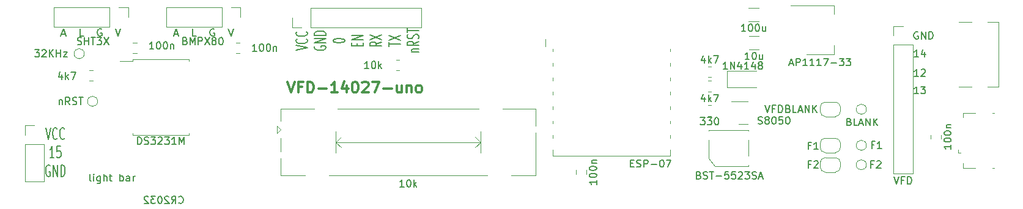
<source format=gbr>
%TF.GenerationSoftware,KiCad,Pcbnew,(6.0.6-0)*%
%TF.CreationDate,2022-07-18T23:29:11+08:00*%
%TF.ProjectId,main,6d61696e-2e6b-4696-9361-645f70636258,rev?*%
%TF.SameCoordinates,Original*%
%TF.FileFunction,Legend,Top*%
%TF.FilePolarity,Positive*%
%FSLAX46Y46*%
G04 Gerber Fmt 4.6, Leading zero omitted, Abs format (unit mm)*
G04 Created by KiCad (PCBNEW (6.0.6-0)) date 2022-07-18 23:29:11*
%MOMM*%
%LPD*%
G01*
G04 APERTURE LIST*
%ADD10C,0.150000*%
%ADD11C,0.300000*%
%ADD12C,0.120000*%
G04 APERTURE END LIST*
D10*
X77195809Y-61133333D02*
X78795809Y-60800000D01*
X77195809Y-60466666D01*
X78643428Y-59561904D02*
X78719619Y-59609523D01*
X78795809Y-59752380D01*
X78795809Y-59847619D01*
X78719619Y-59990476D01*
X78567238Y-60085714D01*
X78414857Y-60133333D01*
X78110095Y-60180952D01*
X77881523Y-60180952D01*
X77576761Y-60133333D01*
X77424380Y-60085714D01*
X77272000Y-59990476D01*
X77195809Y-59847619D01*
X77195809Y-59752380D01*
X77272000Y-59609523D01*
X77348190Y-59561904D01*
X78643428Y-58561904D02*
X78719619Y-58609523D01*
X78795809Y-58752380D01*
X78795809Y-58847619D01*
X78719619Y-58990476D01*
X78567238Y-59085714D01*
X78414857Y-59133333D01*
X78110095Y-59180952D01*
X77881523Y-59180952D01*
X77576761Y-59133333D01*
X77424380Y-59085714D01*
X77272000Y-58990476D01*
X77195809Y-58847619D01*
X77195809Y-58752380D01*
X77272000Y-58609523D01*
X77348190Y-58561904D01*
X79848000Y-60561904D02*
X79771809Y-60657142D01*
X79771809Y-60800000D01*
X79848000Y-60942857D01*
X80000380Y-61038095D01*
X80152761Y-61085714D01*
X80457523Y-61133333D01*
X80686095Y-61133333D01*
X80990857Y-61085714D01*
X81143238Y-61038095D01*
X81295619Y-60942857D01*
X81371809Y-60800000D01*
X81371809Y-60704761D01*
X81295619Y-60561904D01*
X81219428Y-60514285D01*
X80686095Y-60514285D01*
X80686095Y-60704761D01*
X81371809Y-60085714D02*
X79771809Y-60085714D01*
X81371809Y-59514285D01*
X79771809Y-59514285D01*
X81371809Y-59038095D02*
X79771809Y-59038095D01*
X79771809Y-58800000D01*
X79848000Y-58657142D01*
X80000380Y-58561904D01*
X80152761Y-58514285D01*
X80457523Y-58466666D01*
X80686095Y-58466666D01*
X80990857Y-58514285D01*
X81143238Y-58561904D01*
X81295619Y-58657142D01*
X81371809Y-58800000D01*
X81371809Y-59038095D01*
X82347809Y-59847619D02*
X82347809Y-59752380D01*
X82424000Y-59657142D01*
X82500190Y-59609523D01*
X82652571Y-59561904D01*
X82957333Y-59514285D01*
X83338285Y-59514285D01*
X83643047Y-59561904D01*
X83795428Y-59609523D01*
X83871619Y-59657142D01*
X83947809Y-59752380D01*
X83947809Y-59847619D01*
X83871619Y-59942857D01*
X83795428Y-59990476D01*
X83643047Y-60038095D01*
X83338285Y-60085714D01*
X82957333Y-60085714D01*
X82652571Y-60038095D01*
X82500190Y-59990476D01*
X82424000Y-59942857D01*
X82347809Y-59847619D01*
X85685714Y-60538095D02*
X85685714Y-60204761D01*
X86523809Y-60061904D02*
X86523809Y-60538095D01*
X84923809Y-60538095D01*
X84923809Y-60061904D01*
X86523809Y-59633333D02*
X84923809Y-59633333D01*
X86523809Y-59061904D01*
X84923809Y-59061904D01*
X89099809Y-59966666D02*
X88337904Y-60300000D01*
X89099809Y-60538095D02*
X87499809Y-60538095D01*
X87499809Y-60157142D01*
X87576000Y-60061904D01*
X87652190Y-60014285D01*
X87804571Y-59966666D01*
X88033142Y-59966666D01*
X88185523Y-60014285D01*
X88261714Y-60061904D01*
X88337904Y-60157142D01*
X88337904Y-60538095D01*
X87499809Y-59633333D02*
X89099809Y-58966666D01*
X87499809Y-58966666D02*
X89099809Y-59633333D01*
X90075809Y-60561904D02*
X90075809Y-59990476D01*
X91675809Y-60276190D02*
X90075809Y-60276190D01*
X90075809Y-59752380D02*
X91675809Y-59085714D01*
X90075809Y-59085714D02*
X91675809Y-59752380D01*
X93185142Y-61371428D02*
X94251809Y-61371428D01*
X93337523Y-61371428D02*
X93261333Y-61323809D01*
X93185142Y-61228571D01*
X93185142Y-61085714D01*
X93261333Y-60990476D01*
X93413714Y-60942857D01*
X94251809Y-60942857D01*
X94251809Y-59895238D02*
X93489904Y-60228571D01*
X94251809Y-60466666D02*
X92651809Y-60466666D01*
X92651809Y-60085714D01*
X92728000Y-59990476D01*
X92804190Y-59942857D01*
X92956571Y-59895238D01*
X93185142Y-59895238D01*
X93337523Y-59942857D01*
X93413714Y-59990476D01*
X93489904Y-60085714D01*
X93489904Y-60466666D01*
X94175619Y-59514285D02*
X94251809Y-59371428D01*
X94251809Y-59133333D01*
X94175619Y-59038095D01*
X94099428Y-58990476D01*
X93947047Y-58942857D01*
X93794666Y-58942857D01*
X93642285Y-58990476D01*
X93566095Y-59038095D01*
X93489904Y-59133333D01*
X93413714Y-59323809D01*
X93337523Y-59419047D01*
X93261333Y-59466666D01*
X93108952Y-59514285D01*
X92956571Y-59514285D01*
X92804190Y-59466666D01*
X92728000Y-59419047D01*
X92651809Y-59323809D01*
X92651809Y-59085714D01*
X92728000Y-58942857D01*
X92651809Y-58657142D02*
X92651809Y-58085714D01*
X94251809Y-58371428D02*
X92651809Y-58371428D01*
D11*
X76042857Y-65478571D02*
X76542857Y-66978571D01*
X77042857Y-65478571D01*
X78042857Y-66192857D02*
X77542857Y-66192857D01*
X77542857Y-66978571D02*
X77542857Y-65478571D01*
X78257142Y-65478571D01*
X78828571Y-66978571D02*
X78828571Y-65478571D01*
X79185714Y-65478571D01*
X79400000Y-65550000D01*
X79542857Y-65692857D01*
X79614285Y-65835714D01*
X79685714Y-66121428D01*
X79685714Y-66335714D01*
X79614285Y-66621428D01*
X79542857Y-66764285D01*
X79400000Y-66907142D01*
X79185714Y-66978571D01*
X78828571Y-66978571D01*
X80328571Y-66407142D02*
X81471428Y-66407142D01*
X82971428Y-66978571D02*
X82114285Y-66978571D01*
X82542857Y-66978571D02*
X82542857Y-65478571D01*
X82400000Y-65692857D01*
X82257142Y-65835714D01*
X82114285Y-65907142D01*
X84257142Y-65978571D02*
X84257142Y-66978571D01*
X83900000Y-65407142D02*
X83542857Y-66478571D01*
X84471428Y-66478571D01*
X85328571Y-65478571D02*
X85471428Y-65478571D01*
X85614285Y-65550000D01*
X85685714Y-65621428D01*
X85757142Y-65764285D01*
X85828571Y-66050000D01*
X85828571Y-66407142D01*
X85757142Y-66692857D01*
X85685714Y-66835714D01*
X85614285Y-66907142D01*
X85471428Y-66978571D01*
X85328571Y-66978571D01*
X85185714Y-66907142D01*
X85114285Y-66835714D01*
X85042857Y-66692857D01*
X84971428Y-66407142D01*
X84971428Y-66050000D01*
X85042857Y-65764285D01*
X85114285Y-65621428D01*
X85185714Y-65550000D01*
X85328571Y-65478571D01*
X86400000Y-65621428D02*
X86471428Y-65550000D01*
X86614285Y-65478571D01*
X86971428Y-65478571D01*
X87114285Y-65550000D01*
X87185714Y-65621428D01*
X87257142Y-65764285D01*
X87257142Y-65907142D01*
X87185714Y-66121428D01*
X86328571Y-66978571D01*
X87257142Y-66978571D01*
X87757142Y-65478571D02*
X88757142Y-65478571D01*
X88114285Y-66978571D01*
X89328571Y-66407142D02*
X90471428Y-66407142D01*
X91828571Y-65978571D02*
X91828571Y-66978571D01*
X91185714Y-65978571D02*
X91185714Y-66764285D01*
X91257142Y-66907142D01*
X91400000Y-66978571D01*
X91614285Y-66978571D01*
X91757142Y-66907142D01*
X91828571Y-66835714D01*
X92542857Y-65978571D02*
X92542857Y-66978571D01*
X92542857Y-66121428D02*
X92614285Y-66050000D01*
X92757142Y-65978571D01*
X92971428Y-65978571D01*
X93114285Y-66050000D01*
X93185714Y-66192857D01*
X93185714Y-66978571D01*
X94114285Y-66978571D02*
X93971428Y-66907142D01*
X93900000Y-66835714D01*
X93828571Y-66692857D01*
X93828571Y-66264285D01*
X93900000Y-66121428D01*
X93971428Y-66050000D01*
X94114285Y-65978571D01*
X94328571Y-65978571D01*
X94471428Y-66050000D01*
X94542857Y-66121428D01*
X94614285Y-66264285D01*
X94614285Y-66692857D01*
X94542857Y-66835714D01*
X94471428Y-66907142D01*
X94328571Y-66978571D01*
X94114285Y-66978571D01*
D10*
X163409523Y-62052380D02*
X162838095Y-62052380D01*
X163123809Y-62052380D02*
X163123809Y-61052380D01*
X163028571Y-61195238D01*
X162933333Y-61290476D01*
X162838095Y-61338095D01*
X164266666Y-61385714D02*
X164266666Y-62052380D01*
X164028571Y-61004761D02*
X163790476Y-61719047D01*
X164409523Y-61719047D01*
X163409523Y-67152380D02*
X162838095Y-67152380D01*
X163123809Y-67152380D02*
X163123809Y-66152380D01*
X163028571Y-66295238D01*
X162933333Y-66390476D01*
X162838095Y-66438095D01*
X163742857Y-66152380D02*
X164361904Y-66152380D01*
X164028571Y-66533333D01*
X164171428Y-66533333D01*
X164266666Y-66580952D01*
X164314285Y-66628571D01*
X164361904Y-66723809D01*
X164361904Y-66961904D01*
X164314285Y-67057142D01*
X164266666Y-67104761D01*
X164171428Y-67152380D01*
X163885714Y-67152380D01*
X163790476Y-67104761D01*
X163742857Y-67057142D01*
X42566666Y-71847809D02*
X42900000Y-73447809D01*
X43233333Y-71847809D01*
X44138095Y-73295428D02*
X44090476Y-73371619D01*
X43947619Y-73447809D01*
X43852380Y-73447809D01*
X43709523Y-73371619D01*
X43614285Y-73219238D01*
X43566666Y-73066857D01*
X43519047Y-72762095D01*
X43519047Y-72533523D01*
X43566666Y-72228761D01*
X43614285Y-72076380D01*
X43709523Y-71924000D01*
X43852380Y-71847809D01*
X43947619Y-71847809D01*
X44090476Y-71924000D01*
X44138095Y-72000190D01*
X45138095Y-73295428D02*
X45090476Y-73371619D01*
X44947619Y-73447809D01*
X44852380Y-73447809D01*
X44709523Y-73371619D01*
X44614285Y-73219238D01*
X44566666Y-73066857D01*
X44519047Y-72762095D01*
X44519047Y-72533523D01*
X44566666Y-72228761D01*
X44614285Y-72076380D01*
X44709523Y-71924000D01*
X44852380Y-71847809D01*
X44947619Y-71847809D01*
X45090476Y-71924000D01*
X45138095Y-72000190D01*
X43709523Y-76023809D02*
X43138095Y-76023809D01*
X43423809Y-76023809D02*
X43423809Y-74423809D01*
X43328571Y-74652380D01*
X43233333Y-74804761D01*
X43138095Y-74880952D01*
X44614285Y-74423809D02*
X44138095Y-74423809D01*
X44090476Y-75185714D01*
X44138095Y-75109523D01*
X44233333Y-75033333D01*
X44471428Y-75033333D01*
X44566666Y-75109523D01*
X44614285Y-75185714D01*
X44661904Y-75338095D01*
X44661904Y-75719047D01*
X44614285Y-75871428D01*
X44566666Y-75947619D01*
X44471428Y-76023809D01*
X44233333Y-76023809D01*
X44138095Y-75947619D01*
X44090476Y-75871428D01*
X43138095Y-77076000D02*
X43042857Y-76999809D01*
X42900000Y-76999809D01*
X42757142Y-77076000D01*
X42661904Y-77228380D01*
X42614285Y-77380761D01*
X42566666Y-77685523D01*
X42566666Y-77914095D01*
X42614285Y-78218857D01*
X42661904Y-78371238D01*
X42757142Y-78523619D01*
X42900000Y-78599809D01*
X42995238Y-78599809D01*
X43138095Y-78523619D01*
X43185714Y-78447428D01*
X43185714Y-77914095D01*
X42995238Y-77914095D01*
X43614285Y-78599809D02*
X43614285Y-76999809D01*
X44185714Y-78599809D01*
X44185714Y-76999809D01*
X44661904Y-78599809D02*
X44661904Y-76999809D01*
X44900000Y-76999809D01*
X45042857Y-77076000D01*
X45138095Y-77228380D01*
X45185714Y-77380761D01*
X45233333Y-77685523D01*
X45233333Y-77914095D01*
X45185714Y-78218857D01*
X45138095Y-78371238D01*
X45042857Y-78523619D01*
X44900000Y-78599809D01*
X44661904Y-78599809D01*
X163338095Y-58600000D02*
X163242857Y-58552380D01*
X163100000Y-58552380D01*
X162957142Y-58600000D01*
X162861904Y-58695238D01*
X162814285Y-58790476D01*
X162766666Y-58980952D01*
X162766666Y-59123809D01*
X162814285Y-59314285D01*
X162861904Y-59409523D01*
X162957142Y-59504761D01*
X163100000Y-59552380D01*
X163195238Y-59552380D01*
X163338095Y-59504761D01*
X163385714Y-59457142D01*
X163385714Y-59123809D01*
X163195238Y-59123809D01*
X163814285Y-59552380D02*
X163814285Y-58552380D01*
X164385714Y-59552380D01*
X164385714Y-58552380D01*
X164861904Y-59552380D02*
X164861904Y-58552380D01*
X165100000Y-58552380D01*
X165242857Y-58600000D01*
X165338095Y-58695238D01*
X165385714Y-58790476D01*
X165433333Y-58980952D01*
X165433333Y-59123809D01*
X165385714Y-59314285D01*
X165338095Y-59409523D01*
X165242857Y-59504761D01*
X165100000Y-59552380D01*
X164861904Y-59552380D01*
X163409523Y-64752380D02*
X162838095Y-64752380D01*
X163123809Y-64752380D02*
X163123809Y-63752380D01*
X163028571Y-63895238D01*
X162933333Y-63990476D01*
X162838095Y-64038095D01*
X163790476Y-63847619D02*
X163838095Y-63800000D01*
X163933333Y-63752380D01*
X164171428Y-63752380D01*
X164266666Y-63800000D01*
X164314285Y-63847619D01*
X164361904Y-63942857D01*
X164361904Y-64038095D01*
X164314285Y-64180952D01*
X163742857Y-64752380D01*
X164361904Y-64752380D01*
X44750000Y-58866666D02*
X45250000Y-58866666D01*
X44650000Y-59152380D02*
X45000000Y-58152380D01*
X45350000Y-59152380D01*
X47800000Y-59152380D02*
X47300000Y-59152380D01*
X47300000Y-58152380D01*
X50300000Y-58200000D02*
X50200000Y-58152380D01*
X50050000Y-58152380D01*
X49900000Y-58200000D01*
X49800000Y-58295238D01*
X49750000Y-58390476D01*
X49700000Y-58580952D01*
X49700000Y-58723809D01*
X49750000Y-58914285D01*
X49800000Y-59009523D01*
X49900000Y-59104761D01*
X50050000Y-59152380D01*
X50150000Y-59152380D01*
X50300000Y-59104761D01*
X50350000Y-59057142D01*
X50350000Y-58723809D01*
X50150000Y-58723809D01*
X52250000Y-58152380D02*
X52600000Y-59152380D01*
X52950000Y-58152380D01*
X60350000Y-58866666D02*
X60850000Y-58866666D01*
X60250000Y-59152380D02*
X60600000Y-58152380D01*
X60950000Y-59152380D01*
X63400000Y-59152380D02*
X62900000Y-59152380D01*
X62900000Y-58152380D01*
X65900000Y-58200000D02*
X65800000Y-58152380D01*
X65650000Y-58152380D01*
X65500000Y-58200000D01*
X65400000Y-58295238D01*
X65350000Y-58390476D01*
X65300000Y-58580952D01*
X65300000Y-58723809D01*
X65350000Y-58914285D01*
X65400000Y-59009523D01*
X65500000Y-59104761D01*
X65650000Y-59152380D01*
X65750000Y-59152380D01*
X65900000Y-59104761D01*
X65950000Y-59057142D01*
X65950000Y-58723809D01*
X65750000Y-58723809D01*
X67850000Y-58152380D02*
X68200000Y-59152380D01*
X68550000Y-58152380D01*
%TO.C,U3*%
X145585714Y-62966666D02*
X146061904Y-62966666D01*
X145490476Y-63252380D02*
X145823809Y-62252380D01*
X146157142Y-63252380D01*
X146490476Y-63252380D02*
X146490476Y-62252380D01*
X146871428Y-62252380D01*
X146966666Y-62300000D01*
X147014285Y-62347619D01*
X147061904Y-62442857D01*
X147061904Y-62585714D01*
X147014285Y-62680952D01*
X146966666Y-62728571D01*
X146871428Y-62776190D01*
X146490476Y-62776190D01*
X148014285Y-63252380D02*
X147442857Y-63252380D01*
X147728571Y-63252380D02*
X147728571Y-62252380D01*
X147633333Y-62395238D01*
X147538095Y-62490476D01*
X147442857Y-62538095D01*
X148966666Y-63252380D02*
X148395238Y-63252380D01*
X148680952Y-63252380D02*
X148680952Y-62252380D01*
X148585714Y-62395238D01*
X148490476Y-62490476D01*
X148395238Y-62538095D01*
X149919047Y-63252380D02*
X149347619Y-63252380D01*
X149633333Y-63252380D02*
X149633333Y-62252380D01*
X149538095Y-62395238D01*
X149442857Y-62490476D01*
X149347619Y-62538095D01*
X150252380Y-62252380D02*
X150919047Y-62252380D01*
X150490476Y-63252380D01*
X151300000Y-62871428D02*
X152061904Y-62871428D01*
X152442857Y-62252380D02*
X153061904Y-62252380D01*
X152728571Y-62633333D01*
X152871428Y-62633333D01*
X152966666Y-62680952D01*
X153014285Y-62728571D01*
X153061904Y-62823809D01*
X153061904Y-63061904D01*
X153014285Y-63157142D01*
X152966666Y-63204761D01*
X152871428Y-63252380D01*
X152585714Y-63252380D01*
X152490476Y-63204761D01*
X152442857Y-63157142D01*
X153395238Y-62252380D02*
X154014285Y-62252380D01*
X153680952Y-62633333D01*
X153823809Y-62633333D01*
X153919047Y-62680952D01*
X153966666Y-62728571D01*
X154014285Y-62823809D01*
X154014285Y-63061904D01*
X153966666Y-63157142D01*
X153919047Y-63204761D01*
X153823809Y-63252380D01*
X153538095Y-63252380D01*
X153442857Y-63204761D01*
X153395238Y-63157142D01*
%TO.C,TP4*%
X157266666Y-74228571D02*
X156933333Y-74228571D01*
X156933333Y-74752380D02*
X156933333Y-73752380D01*
X157409523Y-73752380D01*
X158314285Y-74752380D02*
X157742857Y-74752380D01*
X158028571Y-74752380D02*
X158028571Y-73752380D01*
X157933333Y-73895238D01*
X157838095Y-73990476D01*
X157742857Y-74038095D01*
%TO.C,M1*%
X46957142Y-60304761D02*
X47100000Y-60352380D01*
X47338095Y-60352380D01*
X47433333Y-60304761D01*
X47480952Y-60257142D01*
X47528571Y-60161904D01*
X47528571Y-60066666D01*
X47480952Y-59971428D01*
X47433333Y-59923809D01*
X47338095Y-59876190D01*
X47147619Y-59828571D01*
X47052380Y-59780952D01*
X47004761Y-59733333D01*
X46957142Y-59638095D01*
X46957142Y-59542857D01*
X47004761Y-59447619D01*
X47052380Y-59400000D01*
X47147619Y-59352380D01*
X47385714Y-59352380D01*
X47528571Y-59400000D01*
X47957142Y-60352380D02*
X47957142Y-59352380D01*
X47957142Y-59828571D02*
X48528571Y-59828571D01*
X48528571Y-60352380D02*
X48528571Y-59352380D01*
X48861904Y-59352380D02*
X49433333Y-59352380D01*
X49147619Y-60352380D02*
X49147619Y-59352380D01*
X49671428Y-59352380D02*
X50290476Y-59352380D01*
X49957142Y-59733333D01*
X50100000Y-59733333D01*
X50195238Y-59780952D01*
X50242857Y-59828571D01*
X50290476Y-59923809D01*
X50290476Y-60161904D01*
X50242857Y-60257142D01*
X50195238Y-60304761D01*
X50100000Y-60352380D01*
X49814285Y-60352380D01*
X49719047Y-60304761D01*
X49671428Y-60257142D01*
X50623809Y-59352380D02*
X51290476Y-60352380D01*
X51290476Y-59352380D02*
X50623809Y-60352380D01*
%TO.C,C4*%
X139480952Y-58502380D02*
X138909523Y-58502380D01*
X139195238Y-58502380D02*
X139195238Y-57502380D01*
X139100000Y-57645238D01*
X139004761Y-57740476D01*
X138909523Y-57788095D01*
X140100000Y-57502380D02*
X140195238Y-57502380D01*
X140290476Y-57550000D01*
X140338095Y-57597619D01*
X140385714Y-57692857D01*
X140433333Y-57883333D01*
X140433333Y-58121428D01*
X140385714Y-58311904D01*
X140338095Y-58407142D01*
X140290476Y-58454761D01*
X140195238Y-58502380D01*
X140100000Y-58502380D01*
X140004761Y-58454761D01*
X139957142Y-58407142D01*
X139909523Y-58311904D01*
X139861904Y-58121428D01*
X139861904Y-57883333D01*
X139909523Y-57692857D01*
X139957142Y-57597619D01*
X140004761Y-57550000D01*
X140100000Y-57502380D01*
X141052380Y-57502380D02*
X141147619Y-57502380D01*
X141242857Y-57550000D01*
X141290476Y-57597619D01*
X141338095Y-57692857D01*
X141385714Y-57883333D01*
X141385714Y-58121428D01*
X141338095Y-58311904D01*
X141290476Y-58407142D01*
X141242857Y-58454761D01*
X141147619Y-58502380D01*
X141052380Y-58502380D01*
X140957142Y-58454761D01*
X140909523Y-58407142D01*
X140861904Y-58311904D01*
X140814285Y-58121428D01*
X140814285Y-57883333D01*
X140861904Y-57692857D01*
X140909523Y-57597619D01*
X140957142Y-57550000D01*
X141052380Y-57502380D01*
X142242857Y-57835714D02*
X142242857Y-58502380D01*
X141814285Y-57835714D02*
X141814285Y-58359523D01*
X141861904Y-58454761D01*
X141957142Y-58502380D01*
X142100000Y-58502380D01*
X142195238Y-58454761D01*
X142242857Y-58407142D01*
%TO.C,U1*%
X123538095Y-76778571D02*
X123871428Y-76778571D01*
X124014285Y-77302380D02*
X123538095Y-77302380D01*
X123538095Y-76302380D01*
X124014285Y-76302380D01*
X124395238Y-77254761D02*
X124538095Y-77302380D01*
X124776190Y-77302380D01*
X124871428Y-77254761D01*
X124919047Y-77207142D01*
X124966666Y-77111904D01*
X124966666Y-77016666D01*
X124919047Y-76921428D01*
X124871428Y-76873809D01*
X124776190Y-76826190D01*
X124585714Y-76778571D01*
X124490476Y-76730952D01*
X124442857Y-76683333D01*
X124395238Y-76588095D01*
X124395238Y-76492857D01*
X124442857Y-76397619D01*
X124490476Y-76350000D01*
X124585714Y-76302380D01*
X124823809Y-76302380D01*
X124966666Y-76350000D01*
X125395238Y-77302380D02*
X125395238Y-76302380D01*
X125776190Y-76302380D01*
X125871428Y-76350000D01*
X125919047Y-76397619D01*
X125966666Y-76492857D01*
X125966666Y-76635714D01*
X125919047Y-76730952D01*
X125871428Y-76778571D01*
X125776190Y-76826190D01*
X125395238Y-76826190D01*
X126395238Y-76921428D02*
X127157142Y-76921428D01*
X127823809Y-76302380D02*
X127919047Y-76302380D01*
X128014285Y-76350000D01*
X128061904Y-76397619D01*
X128109523Y-76492857D01*
X128157142Y-76683333D01*
X128157142Y-76921428D01*
X128109523Y-77111904D01*
X128061904Y-77207142D01*
X128014285Y-77254761D01*
X127919047Y-77302380D01*
X127823809Y-77302380D01*
X127728571Y-77254761D01*
X127680952Y-77207142D01*
X127633333Y-77111904D01*
X127585714Y-76921428D01*
X127585714Y-76683333D01*
X127633333Y-76492857D01*
X127680952Y-76397619D01*
X127728571Y-76350000D01*
X127823809Y-76302380D01*
X128490476Y-76302380D02*
X129157142Y-76302380D01*
X128728571Y-77302380D01*
%TO.C,C6*%
X71780952Y-61252380D02*
X71209523Y-61252380D01*
X71495238Y-61252380D02*
X71495238Y-60252380D01*
X71400000Y-60395238D01*
X71304761Y-60490476D01*
X71209523Y-60538095D01*
X72400000Y-60252380D02*
X72495238Y-60252380D01*
X72590476Y-60300000D01*
X72638095Y-60347619D01*
X72685714Y-60442857D01*
X72733333Y-60633333D01*
X72733333Y-60871428D01*
X72685714Y-61061904D01*
X72638095Y-61157142D01*
X72590476Y-61204761D01*
X72495238Y-61252380D01*
X72400000Y-61252380D01*
X72304761Y-61204761D01*
X72257142Y-61157142D01*
X72209523Y-61061904D01*
X72161904Y-60871428D01*
X72161904Y-60633333D01*
X72209523Y-60442857D01*
X72257142Y-60347619D01*
X72304761Y-60300000D01*
X72400000Y-60252380D01*
X73352380Y-60252380D02*
X73447619Y-60252380D01*
X73542857Y-60300000D01*
X73590476Y-60347619D01*
X73638095Y-60442857D01*
X73685714Y-60633333D01*
X73685714Y-60871428D01*
X73638095Y-61061904D01*
X73590476Y-61157142D01*
X73542857Y-61204761D01*
X73447619Y-61252380D01*
X73352380Y-61252380D01*
X73257142Y-61204761D01*
X73209523Y-61157142D01*
X73161904Y-61061904D01*
X73114285Y-60871428D01*
X73114285Y-60633333D01*
X73161904Y-60442857D01*
X73209523Y-60347619D01*
X73257142Y-60300000D01*
X73352380Y-60252380D01*
X74114285Y-60585714D02*
X74114285Y-61252380D01*
X74114285Y-60680952D02*
X74161904Y-60633333D01*
X74257142Y-60585714D01*
X74400000Y-60585714D01*
X74495238Y-60633333D01*
X74542857Y-60728571D01*
X74542857Y-61252380D01*
%TO.C,R2*%
X133214285Y-70452380D02*
X133833333Y-70452380D01*
X133500000Y-70833333D01*
X133642857Y-70833333D01*
X133738095Y-70880952D01*
X133785714Y-70928571D01*
X133833333Y-71023809D01*
X133833333Y-71261904D01*
X133785714Y-71357142D01*
X133738095Y-71404761D01*
X133642857Y-71452380D01*
X133357142Y-71452380D01*
X133261904Y-71404761D01*
X133214285Y-71357142D01*
X134166666Y-70452380D02*
X134785714Y-70452380D01*
X134452380Y-70833333D01*
X134595238Y-70833333D01*
X134690476Y-70880952D01*
X134738095Y-70928571D01*
X134785714Y-71023809D01*
X134785714Y-71261904D01*
X134738095Y-71357142D01*
X134690476Y-71404761D01*
X134595238Y-71452380D01*
X134309523Y-71452380D01*
X134214285Y-71404761D01*
X134166666Y-71357142D01*
X135404761Y-70452380D02*
X135500000Y-70452380D01*
X135595238Y-70500000D01*
X135642857Y-70547619D01*
X135690476Y-70642857D01*
X135738095Y-70833333D01*
X135738095Y-71071428D01*
X135690476Y-71261904D01*
X135642857Y-71357142D01*
X135595238Y-71404761D01*
X135500000Y-71452380D01*
X135404761Y-71452380D01*
X135309523Y-71404761D01*
X135261904Y-71357142D01*
X135214285Y-71261904D01*
X135166666Y-71071428D01*
X135166666Y-70833333D01*
X135214285Y-70642857D01*
X135261904Y-70547619D01*
X135309523Y-70500000D01*
X135404761Y-70452380D01*
%TO.C,R4*%
X133809523Y-62235714D02*
X133809523Y-62902380D01*
X133571428Y-61854761D02*
X133333333Y-62569047D01*
X133952380Y-62569047D01*
X134333333Y-62902380D02*
X134333333Y-61902380D01*
X134428571Y-62521428D02*
X134714285Y-62902380D01*
X134714285Y-62235714D02*
X134333333Y-62616666D01*
X135047619Y-61902380D02*
X135714285Y-61902380D01*
X135285714Y-62902380D01*
%TO.C,R5*%
X87304761Y-63652380D02*
X86733333Y-63652380D01*
X87019047Y-63652380D02*
X87019047Y-62652380D01*
X86923809Y-62795238D01*
X86828571Y-62890476D01*
X86733333Y-62938095D01*
X87923809Y-62652380D02*
X88019047Y-62652380D01*
X88114285Y-62700000D01*
X88161904Y-62747619D01*
X88209523Y-62842857D01*
X88257142Y-63033333D01*
X88257142Y-63271428D01*
X88209523Y-63461904D01*
X88161904Y-63557142D01*
X88114285Y-63604761D01*
X88019047Y-63652380D01*
X87923809Y-63652380D01*
X87828571Y-63604761D01*
X87780952Y-63557142D01*
X87733333Y-63461904D01*
X87685714Y-63271428D01*
X87685714Y-63033333D01*
X87733333Y-62842857D01*
X87780952Y-62747619D01*
X87828571Y-62700000D01*
X87923809Y-62652380D01*
X88685714Y-63652380D02*
X88685714Y-62652380D01*
X88780952Y-63271428D02*
X89066666Y-63652380D01*
X89066666Y-62985714D02*
X88685714Y-63366666D01*
%TO.C,R3*%
X133809523Y-67585714D02*
X133809523Y-68252380D01*
X133571428Y-67204761D02*
X133333333Y-67919047D01*
X133952380Y-67919047D01*
X134333333Y-68252380D02*
X134333333Y-67252380D01*
X134428571Y-67871428D02*
X134714285Y-68252380D01*
X134714285Y-67585714D02*
X134333333Y-67966666D01*
X135047619Y-67252380D02*
X135714285Y-67252380D01*
X135285714Y-68252380D01*
%TO.C,Q1*%
X141209523Y-71304761D02*
X141352380Y-71352380D01*
X141590476Y-71352380D01*
X141685714Y-71304761D01*
X141733333Y-71257142D01*
X141780952Y-71161904D01*
X141780952Y-71066666D01*
X141733333Y-70971428D01*
X141685714Y-70923809D01*
X141590476Y-70876190D01*
X141400000Y-70828571D01*
X141304761Y-70780952D01*
X141257142Y-70733333D01*
X141209523Y-70638095D01*
X141209523Y-70542857D01*
X141257142Y-70447619D01*
X141304761Y-70400000D01*
X141400000Y-70352380D01*
X141638095Y-70352380D01*
X141780952Y-70400000D01*
X142352380Y-70780952D02*
X142257142Y-70733333D01*
X142209523Y-70685714D01*
X142161904Y-70590476D01*
X142161904Y-70542857D01*
X142209523Y-70447619D01*
X142257142Y-70400000D01*
X142352380Y-70352380D01*
X142542857Y-70352380D01*
X142638095Y-70400000D01*
X142685714Y-70447619D01*
X142733333Y-70542857D01*
X142733333Y-70590476D01*
X142685714Y-70685714D01*
X142638095Y-70733333D01*
X142542857Y-70780952D01*
X142352380Y-70780952D01*
X142257142Y-70828571D01*
X142209523Y-70876190D01*
X142161904Y-70971428D01*
X142161904Y-71161904D01*
X142209523Y-71257142D01*
X142257142Y-71304761D01*
X142352380Y-71352380D01*
X142542857Y-71352380D01*
X142638095Y-71304761D01*
X142685714Y-71257142D01*
X142733333Y-71161904D01*
X142733333Y-70971428D01*
X142685714Y-70876190D01*
X142638095Y-70828571D01*
X142542857Y-70780952D01*
X143352380Y-70352380D02*
X143447619Y-70352380D01*
X143542857Y-70400000D01*
X143590476Y-70447619D01*
X143638095Y-70542857D01*
X143685714Y-70733333D01*
X143685714Y-70971428D01*
X143638095Y-71161904D01*
X143590476Y-71257142D01*
X143542857Y-71304761D01*
X143447619Y-71352380D01*
X143352380Y-71352380D01*
X143257142Y-71304761D01*
X143209523Y-71257142D01*
X143161904Y-71161904D01*
X143114285Y-70971428D01*
X143114285Y-70733333D01*
X143161904Y-70542857D01*
X143209523Y-70447619D01*
X143257142Y-70400000D01*
X143352380Y-70352380D01*
X144590476Y-70352380D02*
X144114285Y-70352380D01*
X144066666Y-70828571D01*
X144114285Y-70780952D01*
X144209523Y-70733333D01*
X144447619Y-70733333D01*
X144542857Y-70780952D01*
X144590476Y-70828571D01*
X144638095Y-70923809D01*
X144638095Y-71161904D01*
X144590476Y-71257142D01*
X144542857Y-71304761D01*
X144447619Y-71352380D01*
X144209523Y-71352380D01*
X144114285Y-71304761D01*
X144066666Y-71257142D01*
X145257142Y-70352380D02*
X145352380Y-70352380D01*
X145447619Y-70400000D01*
X145495238Y-70447619D01*
X145542857Y-70542857D01*
X145590476Y-70733333D01*
X145590476Y-70971428D01*
X145542857Y-71161904D01*
X145495238Y-71257142D01*
X145447619Y-71304761D01*
X145352380Y-71352380D01*
X145257142Y-71352380D01*
X145161904Y-71304761D01*
X145114285Y-71257142D01*
X145066666Y-71161904D01*
X145019047Y-70971428D01*
X145019047Y-70733333D01*
X145066666Y-70542857D01*
X145114285Y-70447619D01*
X145161904Y-70400000D01*
X145257142Y-70352380D01*
%TO.C,J5*%
X160038095Y-78662380D02*
X160371428Y-79662380D01*
X160704761Y-78662380D01*
X161371428Y-79138571D02*
X161038095Y-79138571D01*
X161038095Y-79662380D02*
X161038095Y-78662380D01*
X161514285Y-78662380D01*
X161895238Y-79662380D02*
X161895238Y-78662380D01*
X162133333Y-78662380D01*
X162276190Y-78710000D01*
X162371428Y-78805238D01*
X162419047Y-78900476D01*
X162466666Y-79090952D01*
X162466666Y-79233809D01*
X162419047Y-79424285D01*
X162371428Y-79519523D01*
X162276190Y-79614761D01*
X162133333Y-79662380D01*
X161895238Y-79662380D01*
%TO.C,J4*%
X48845238Y-79252380D02*
X48750000Y-79204761D01*
X48702380Y-79109523D01*
X48702380Y-78252380D01*
X49226190Y-79252380D02*
X49226190Y-78585714D01*
X49226190Y-78252380D02*
X49178571Y-78300000D01*
X49226190Y-78347619D01*
X49273809Y-78300000D01*
X49226190Y-78252380D01*
X49226190Y-78347619D01*
X50130952Y-78585714D02*
X50130952Y-79395238D01*
X50083333Y-79490476D01*
X50035714Y-79538095D01*
X49940476Y-79585714D01*
X49797619Y-79585714D01*
X49702380Y-79538095D01*
X50130952Y-79204761D02*
X50035714Y-79252380D01*
X49845238Y-79252380D01*
X49750000Y-79204761D01*
X49702380Y-79157142D01*
X49654761Y-79061904D01*
X49654761Y-78776190D01*
X49702380Y-78680952D01*
X49750000Y-78633333D01*
X49845238Y-78585714D01*
X50035714Y-78585714D01*
X50130952Y-78633333D01*
X50607142Y-79252380D02*
X50607142Y-78252380D01*
X51035714Y-79252380D02*
X51035714Y-78728571D01*
X50988095Y-78633333D01*
X50892857Y-78585714D01*
X50750000Y-78585714D01*
X50654761Y-78633333D01*
X50607142Y-78680952D01*
X51369047Y-78585714D02*
X51750000Y-78585714D01*
X51511904Y-78252380D02*
X51511904Y-79109523D01*
X51559523Y-79204761D01*
X51654761Y-79252380D01*
X51750000Y-79252380D01*
X52845238Y-79252380D02*
X52845238Y-78252380D01*
X52845238Y-78633333D02*
X52940476Y-78585714D01*
X53130952Y-78585714D01*
X53226190Y-78633333D01*
X53273809Y-78680952D01*
X53321428Y-78776190D01*
X53321428Y-79061904D01*
X53273809Y-79157142D01*
X53226190Y-79204761D01*
X53130952Y-79252380D01*
X52940476Y-79252380D01*
X52845238Y-79204761D01*
X54178571Y-79252380D02*
X54178571Y-78728571D01*
X54130952Y-78633333D01*
X54035714Y-78585714D01*
X53845238Y-78585714D01*
X53750000Y-78633333D01*
X54178571Y-79204761D02*
X54083333Y-79252380D01*
X53845238Y-79252380D01*
X53750000Y-79204761D01*
X53702380Y-79109523D01*
X53702380Y-79014285D01*
X53750000Y-78919047D01*
X53845238Y-78871428D01*
X54083333Y-78871428D01*
X54178571Y-78823809D01*
X54654761Y-79252380D02*
X54654761Y-78585714D01*
X54654761Y-78776190D02*
X54702380Y-78680952D01*
X54750000Y-78633333D01*
X54845238Y-78585714D01*
X54940476Y-78585714D01*
%TO.C,R1*%
X44809523Y-64485714D02*
X44809523Y-65152380D01*
X44571428Y-64104761D02*
X44333333Y-64819047D01*
X44952380Y-64819047D01*
X45333333Y-65152380D02*
X45333333Y-64152380D01*
X45428571Y-64771428D02*
X45714285Y-65152380D01*
X45714285Y-64485714D02*
X45333333Y-64866666D01*
X46047619Y-64152380D02*
X46714285Y-64152380D01*
X46285714Y-65152380D01*
%TO.C,M2*%
X61871428Y-59828571D02*
X62014285Y-59876190D01*
X62061904Y-59923809D01*
X62109523Y-60019047D01*
X62109523Y-60161904D01*
X62061904Y-60257142D01*
X62014285Y-60304761D01*
X61919047Y-60352380D01*
X61538095Y-60352380D01*
X61538095Y-59352380D01*
X61871428Y-59352380D01*
X61966666Y-59400000D01*
X62014285Y-59447619D01*
X62061904Y-59542857D01*
X62061904Y-59638095D01*
X62014285Y-59733333D01*
X61966666Y-59780952D01*
X61871428Y-59828571D01*
X61538095Y-59828571D01*
X62538095Y-60352380D02*
X62538095Y-59352380D01*
X62871428Y-60066666D01*
X63204761Y-59352380D01*
X63204761Y-60352380D01*
X63680952Y-60352380D02*
X63680952Y-59352380D01*
X64061904Y-59352380D01*
X64157142Y-59400000D01*
X64204761Y-59447619D01*
X64252380Y-59542857D01*
X64252380Y-59685714D01*
X64204761Y-59780952D01*
X64157142Y-59828571D01*
X64061904Y-59876190D01*
X63680952Y-59876190D01*
X64585714Y-59352380D02*
X65252380Y-60352380D01*
X65252380Y-59352380D02*
X64585714Y-60352380D01*
X65776190Y-59780952D02*
X65680952Y-59733333D01*
X65633333Y-59685714D01*
X65585714Y-59590476D01*
X65585714Y-59542857D01*
X65633333Y-59447619D01*
X65680952Y-59400000D01*
X65776190Y-59352380D01*
X65966666Y-59352380D01*
X66061904Y-59400000D01*
X66109523Y-59447619D01*
X66157142Y-59542857D01*
X66157142Y-59590476D01*
X66109523Y-59685714D01*
X66061904Y-59733333D01*
X65966666Y-59780952D01*
X65776190Y-59780952D01*
X65680952Y-59828571D01*
X65633333Y-59876190D01*
X65585714Y-59971428D01*
X65585714Y-60161904D01*
X65633333Y-60257142D01*
X65680952Y-60304761D01*
X65776190Y-60352380D01*
X65966666Y-60352380D01*
X66061904Y-60304761D01*
X66109523Y-60257142D01*
X66157142Y-60161904D01*
X66157142Y-59971428D01*
X66109523Y-59876190D01*
X66061904Y-59828571D01*
X65966666Y-59780952D01*
X66776190Y-59352380D02*
X66871428Y-59352380D01*
X66966666Y-59400000D01*
X67014285Y-59447619D01*
X67061904Y-59542857D01*
X67109523Y-59733333D01*
X67109523Y-59971428D01*
X67061904Y-60161904D01*
X67014285Y-60257142D01*
X66966666Y-60304761D01*
X66871428Y-60352380D01*
X66776190Y-60352380D01*
X66680952Y-60304761D01*
X66633333Y-60257142D01*
X66585714Y-60161904D01*
X66538095Y-59971428D01*
X66538095Y-59733333D01*
X66585714Y-59542857D01*
X66633333Y-59447619D01*
X66680952Y-59400000D01*
X66776190Y-59352380D01*
%TO.C,C1*%
X118832380Y-79119047D02*
X118832380Y-79690476D01*
X118832380Y-79404761D02*
X117832380Y-79404761D01*
X117975238Y-79500000D01*
X118070476Y-79595238D01*
X118118095Y-79690476D01*
X117832380Y-78500000D02*
X117832380Y-78404761D01*
X117880000Y-78309523D01*
X117927619Y-78261904D01*
X118022857Y-78214285D01*
X118213333Y-78166666D01*
X118451428Y-78166666D01*
X118641904Y-78214285D01*
X118737142Y-78261904D01*
X118784761Y-78309523D01*
X118832380Y-78404761D01*
X118832380Y-78500000D01*
X118784761Y-78595238D01*
X118737142Y-78642857D01*
X118641904Y-78690476D01*
X118451428Y-78738095D01*
X118213333Y-78738095D01*
X118022857Y-78690476D01*
X117927619Y-78642857D01*
X117880000Y-78595238D01*
X117832380Y-78500000D01*
X117832380Y-77547619D02*
X117832380Y-77452380D01*
X117880000Y-77357142D01*
X117927619Y-77309523D01*
X118022857Y-77261904D01*
X118213333Y-77214285D01*
X118451428Y-77214285D01*
X118641904Y-77261904D01*
X118737142Y-77309523D01*
X118784761Y-77357142D01*
X118832380Y-77452380D01*
X118832380Y-77547619D01*
X118784761Y-77642857D01*
X118737142Y-77690476D01*
X118641904Y-77738095D01*
X118451428Y-77785714D01*
X118213333Y-77785714D01*
X118022857Y-77738095D01*
X117927619Y-77690476D01*
X117880000Y-77642857D01*
X117832380Y-77547619D01*
X118165714Y-76785714D02*
X118832380Y-76785714D01*
X118260952Y-76785714D02*
X118213333Y-76738095D01*
X118165714Y-76642857D01*
X118165714Y-76500000D01*
X118213333Y-76404761D01*
X118308571Y-76357142D01*
X118832380Y-76357142D01*
%TO.C,TP5*%
X157166666Y-76928571D02*
X156833333Y-76928571D01*
X156833333Y-77452380D02*
X156833333Y-76452380D01*
X157309523Y-76452380D01*
X157642857Y-76547619D02*
X157690476Y-76500000D01*
X157785714Y-76452380D01*
X158023809Y-76452380D01*
X158119047Y-76500000D01*
X158166666Y-76547619D01*
X158214285Y-76642857D01*
X158214285Y-76738095D01*
X158166666Y-76880952D01*
X157595238Y-77452380D01*
X158214285Y-77452380D01*
%TO.C,C2*%
X167932380Y-74219047D02*
X167932380Y-74790476D01*
X167932380Y-74504761D02*
X166932380Y-74504761D01*
X167075238Y-74600000D01*
X167170476Y-74695238D01*
X167218095Y-74790476D01*
X166932380Y-73600000D02*
X166932380Y-73504761D01*
X166980000Y-73409523D01*
X167027619Y-73361904D01*
X167122857Y-73314285D01*
X167313333Y-73266666D01*
X167551428Y-73266666D01*
X167741904Y-73314285D01*
X167837142Y-73361904D01*
X167884761Y-73409523D01*
X167932380Y-73504761D01*
X167932380Y-73600000D01*
X167884761Y-73695238D01*
X167837142Y-73742857D01*
X167741904Y-73790476D01*
X167551428Y-73838095D01*
X167313333Y-73838095D01*
X167122857Y-73790476D01*
X167027619Y-73742857D01*
X166980000Y-73695238D01*
X166932380Y-73600000D01*
X166932380Y-72647619D02*
X166932380Y-72552380D01*
X166980000Y-72457142D01*
X167027619Y-72409523D01*
X167122857Y-72361904D01*
X167313333Y-72314285D01*
X167551428Y-72314285D01*
X167741904Y-72361904D01*
X167837142Y-72409523D01*
X167884761Y-72457142D01*
X167932380Y-72552380D01*
X167932380Y-72647619D01*
X167884761Y-72742857D01*
X167837142Y-72790476D01*
X167741904Y-72838095D01*
X167551428Y-72885714D01*
X167313333Y-72885714D01*
X167122857Y-72838095D01*
X167027619Y-72790476D01*
X166980000Y-72742857D01*
X166932380Y-72647619D01*
X167265714Y-71885714D02*
X167932380Y-71885714D01*
X167360952Y-71885714D02*
X167313333Y-71838095D01*
X167265714Y-71742857D01*
X167265714Y-71600000D01*
X167313333Y-71504761D01*
X167408571Y-71457142D01*
X167932380Y-71457142D01*
%TO.C,U2*%
X55285714Y-74152380D02*
X55285714Y-73152380D01*
X55523809Y-73152380D01*
X55666666Y-73200000D01*
X55761904Y-73295238D01*
X55809523Y-73390476D01*
X55857142Y-73580952D01*
X55857142Y-73723809D01*
X55809523Y-73914285D01*
X55761904Y-74009523D01*
X55666666Y-74104761D01*
X55523809Y-74152380D01*
X55285714Y-74152380D01*
X56238095Y-74104761D02*
X56380952Y-74152380D01*
X56619047Y-74152380D01*
X56714285Y-74104761D01*
X56761904Y-74057142D01*
X56809523Y-73961904D01*
X56809523Y-73866666D01*
X56761904Y-73771428D01*
X56714285Y-73723809D01*
X56619047Y-73676190D01*
X56428571Y-73628571D01*
X56333333Y-73580952D01*
X56285714Y-73533333D01*
X56238095Y-73438095D01*
X56238095Y-73342857D01*
X56285714Y-73247619D01*
X56333333Y-73200000D01*
X56428571Y-73152380D01*
X56666666Y-73152380D01*
X56809523Y-73200000D01*
X57142857Y-73152380D02*
X57761904Y-73152380D01*
X57428571Y-73533333D01*
X57571428Y-73533333D01*
X57666666Y-73580952D01*
X57714285Y-73628571D01*
X57761904Y-73723809D01*
X57761904Y-73961904D01*
X57714285Y-74057142D01*
X57666666Y-74104761D01*
X57571428Y-74152380D01*
X57285714Y-74152380D01*
X57190476Y-74104761D01*
X57142857Y-74057142D01*
X58142857Y-73247619D02*
X58190476Y-73200000D01*
X58285714Y-73152380D01*
X58523809Y-73152380D01*
X58619047Y-73200000D01*
X58666666Y-73247619D01*
X58714285Y-73342857D01*
X58714285Y-73438095D01*
X58666666Y-73580952D01*
X58095238Y-74152380D01*
X58714285Y-74152380D01*
X59047619Y-73152380D02*
X59666666Y-73152380D01*
X59333333Y-73533333D01*
X59476190Y-73533333D01*
X59571428Y-73580952D01*
X59619047Y-73628571D01*
X59666666Y-73723809D01*
X59666666Y-73961904D01*
X59619047Y-74057142D01*
X59571428Y-74104761D01*
X59476190Y-74152380D01*
X59190476Y-74152380D01*
X59095238Y-74104761D01*
X59047619Y-74057142D01*
X60619047Y-74152380D02*
X60047619Y-74152380D01*
X60333333Y-74152380D02*
X60333333Y-73152380D01*
X60238095Y-73295238D01*
X60142857Y-73390476D01*
X60047619Y-73438095D01*
X61047619Y-74152380D02*
X61047619Y-73152380D01*
X61380952Y-73866666D01*
X61714285Y-73152380D01*
X61714285Y-74152380D01*
%TO.C,TP2*%
X41061904Y-61052380D02*
X41680952Y-61052380D01*
X41347619Y-61433333D01*
X41490476Y-61433333D01*
X41585714Y-61480952D01*
X41633333Y-61528571D01*
X41680952Y-61623809D01*
X41680952Y-61861904D01*
X41633333Y-61957142D01*
X41585714Y-62004761D01*
X41490476Y-62052380D01*
X41204761Y-62052380D01*
X41109523Y-62004761D01*
X41061904Y-61957142D01*
X42061904Y-61147619D02*
X42109523Y-61100000D01*
X42204761Y-61052380D01*
X42442857Y-61052380D01*
X42538095Y-61100000D01*
X42585714Y-61147619D01*
X42633333Y-61242857D01*
X42633333Y-61338095D01*
X42585714Y-61480952D01*
X42014285Y-62052380D01*
X42633333Y-62052380D01*
X43061904Y-62052380D02*
X43061904Y-61052380D01*
X43633333Y-62052380D02*
X43204761Y-61480952D01*
X43633333Y-61052380D02*
X43061904Y-61623809D01*
X44061904Y-62052380D02*
X44061904Y-61052380D01*
X44061904Y-61528571D02*
X44633333Y-61528571D01*
X44633333Y-62052380D02*
X44633333Y-61052380D01*
X45014285Y-61385714D02*
X45538095Y-61385714D01*
X45014285Y-62052380D01*
X45538095Y-62052380D01*
%TO.C,BZ1*%
X133004761Y-78428571D02*
X133147619Y-78476190D01*
X133195238Y-78523809D01*
X133242857Y-78619047D01*
X133242857Y-78761904D01*
X133195238Y-78857142D01*
X133147619Y-78904761D01*
X133052380Y-78952380D01*
X132671428Y-78952380D01*
X132671428Y-77952380D01*
X133004761Y-77952380D01*
X133100000Y-78000000D01*
X133147619Y-78047619D01*
X133195238Y-78142857D01*
X133195238Y-78238095D01*
X133147619Y-78333333D01*
X133100000Y-78380952D01*
X133004761Y-78428571D01*
X132671428Y-78428571D01*
X133623809Y-78904761D02*
X133766666Y-78952380D01*
X134004761Y-78952380D01*
X134100000Y-78904761D01*
X134147619Y-78857142D01*
X134195238Y-78761904D01*
X134195238Y-78666666D01*
X134147619Y-78571428D01*
X134100000Y-78523809D01*
X134004761Y-78476190D01*
X133814285Y-78428571D01*
X133719047Y-78380952D01*
X133671428Y-78333333D01*
X133623809Y-78238095D01*
X133623809Y-78142857D01*
X133671428Y-78047619D01*
X133719047Y-78000000D01*
X133814285Y-77952380D01*
X134052380Y-77952380D01*
X134195238Y-78000000D01*
X134480952Y-77952380D02*
X135052380Y-77952380D01*
X134766666Y-78952380D02*
X134766666Y-77952380D01*
X135385714Y-78571428D02*
X136147619Y-78571428D01*
X137100000Y-77952380D02*
X136623809Y-77952380D01*
X136576190Y-78428571D01*
X136623809Y-78380952D01*
X136719047Y-78333333D01*
X136957142Y-78333333D01*
X137052380Y-78380952D01*
X137100000Y-78428571D01*
X137147619Y-78523809D01*
X137147619Y-78761904D01*
X137100000Y-78857142D01*
X137052380Y-78904761D01*
X136957142Y-78952380D01*
X136719047Y-78952380D01*
X136623809Y-78904761D01*
X136576190Y-78857142D01*
X138052380Y-77952380D02*
X137576190Y-77952380D01*
X137528571Y-78428571D01*
X137576190Y-78380952D01*
X137671428Y-78333333D01*
X137909523Y-78333333D01*
X138004761Y-78380952D01*
X138052380Y-78428571D01*
X138100000Y-78523809D01*
X138100000Y-78761904D01*
X138052380Y-78857142D01*
X138004761Y-78904761D01*
X137909523Y-78952380D01*
X137671428Y-78952380D01*
X137576190Y-78904761D01*
X137528571Y-78857142D01*
X138480952Y-78047619D02*
X138528571Y-78000000D01*
X138623809Y-77952380D01*
X138861904Y-77952380D01*
X138957142Y-78000000D01*
X139004761Y-78047619D01*
X139052380Y-78142857D01*
X139052380Y-78238095D01*
X139004761Y-78380952D01*
X138433333Y-78952380D01*
X139052380Y-78952380D01*
X139385714Y-77952380D02*
X140004761Y-77952380D01*
X139671428Y-78333333D01*
X139814285Y-78333333D01*
X139909523Y-78380952D01*
X139957142Y-78428571D01*
X140004761Y-78523809D01*
X140004761Y-78761904D01*
X139957142Y-78857142D01*
X139909523Y-78904761D01*
X139814285Y-78952380D01*
X139528571Y-78952380D01*
X139433333Y-78904761D01*
X139385714Y-78857142D01*
X140385714Y-78904761D02*
X140528571Y-78952380D01*
X140766666Y-78952380D01*
X140861904Y-78904761D01*
X140909523Y-78857142D01*
X140957142Y-78761904D01*
X140957142Y-78666666D01*
X140909523Y-78571428D01*
X140861904Y-78523809D01*
X140766666Y-78476190D01*
X140576190Y-78428571D01*
X140480952Y-78380952D01*
X140433333Y-78333333D01*
X140385714Y-78238095D01*
X140385714Y-78142857D01*
X140433333Y-78047619D01*
X140480952Y-78000000D01*
X140576190Y-77952380D01*
X140814285Y-77952380D01*
X140957142Y-78000000D01*
X141338095Y-78666666D02*
X141814285Y-78666666D01*
X141242857Y-78952380D02*
X141576190Y-77952380D01*
X141909523Y-78952380D01*
%TO.C,TP3*%
X153814285Y-71028571D02*
X153957142Y-71076190D01*
X154004761Y-71123809D01*
X154052380Y-71219047D01*
X154052380Y-71361904D01*
X154004761Y-71457142D01*
X153957142Y-71504761D01*
X153861904Y-71552380D01*
X153480952Y-71552380D01*
X153480952Y-70552380D01*
X153814285Y-70552380D01*
X153909523Y-70600000D01*
X153957142Y-70647619D01*
X154004761Y-70742857D01*
X154004761Y-70838095D01*
X153957142Y-70933333D01*
X153909523Y-70980952D01*
X153814285Y-71028571D01*
X153480952Y-71028571D01*
X154957142Y-71552380D02*
X154480952Y-71552380D01*
X154480952Y-70552380D01*
X155242857Y-71266666D02*
X155719047Y-71266666D01*
X155147619Y-71552380D02*
X155480952Y-70552380D01*
X155814285Y-71552380D01*
X156147619Y-71552380D02*
X156147619Y-70552380D01*
X156719047Y-71552380D01*
X156719047Y-70552380D01*
X157195238Y-71552380D02*
X157195238Y-70552380D01*
X157766666Y-71552380D02*
X157338095Y-70980952D01*
X157766666Y-70552380D02*
X157195238Y-71123809D01*
%TO.C,JP2*%
X148466666Y-74328571D02*
X148133333Y-74328571D01*
X148133333Y-74852380D02*
X148133333Y-73852380D01*
X148609523Y-73852380D01*
X149514285Y-74852380D02*
X148942857Y-74852380D01*
X149228571Y-74852380D02*
X149228571Y-73852380D01*
X149133333Y-73995238D01*
X149038095Y-74090476D01*
X148942857Y-74138095D01*
%TO.C,D1*%
X136957142Y-63752380D02*
X136385714Y-63752380D01*
X136671428Y-63752380D02*
X136671428Y-62752380D01*
X136576190Y-62895238D01*
X136480952Y-62990476D01*
X136385714Y-63038095D01*
X137385714Y-63752380D02*
X137385714Y-62752380D01*
X137957142Y-63752380D01*
X137957142Y-62752380D01*
X138861904Y-63085714D02*
X138861904Y-63752380D01*
X138623809Y-62704761D02*
X138385714Y-63419047D01*
X139004761Y-63419047D01*
X139909523Y-63752380D02*
X139338095Y-63752380D01*
X139623809Y-63752380D02*
X139623809Y-62752380D01*
X139528571Y-62895238D01*
X139433333Y-62990476D01*
X139338095Y-63038095D01*
X140766666Y-63085714D02*
X140766666Y-63752380D01*
X140528571Y-62704761D02*
X140290476Y-63419047D01*
X140909523Y-63419047D01*
X141433333Y-63180952D02*
X141338095Y-63133333D01*
X141290476Y-63085714D01*
X141242857Y-62990476D01*
X141242857Y-62942857D01*
X141290476Y-62847619D01*
X141338095Y-62800000D01*
X141433333Y-62752380D01*
X141623809Y-62752380D01*
X141719047Y-62800000D01*
X141766666Y-62847619D01*
X141814285Y-62942857D01*
X141814285Y-62990476D01*
X141766666Y-63085714D01*
X141719047Y-63133333D01*
X141623809Y-63180952D01*
X141433333Y-63180952D01*
X141338095Y-63228571D01*
X141290476Y-63276190D01*
X141242857Y-63371428D01*
X141242857Y-63561904D01*
X141290476Y-63657142D01*
X141338095Y-63704761D01*
X141433333Y-63752380D01*
X141623809Y-63752380D01*
X141719047Y-63704761D01*
X141766666Y-63657142D01*
X141814285Y-63561904D01*
X141814285Y-63371428D01*
X141766666Y-63276190D01*
X141719047Y-63228571D01*
X141623809Y-63180952D01*
%TO.C,TP1*%
X44428571Y-67985714D02*
X44428571Y-68652380D01*
X44428571Y-68080952D02*
X44476190Y-68033333D01*
X44571428Y-67985714D01*
X44714285Y-67985714D01*
X44809523Y-68033333D01*
X44857142Y-68128571D01*
X44857142Y-68652380D01*
X45904761Y-68652380D02*
X45571428Y-68176190D01*
X45333333Y-68652380D02*
X45333333Y-67652380D01*
X45714285Y-67652380D01*
X45809523Y-67700000D01*
X45857142Y-67747619D01*
X45904761Y-67842857D01*
X45904761Y-67985714D01*
X45857142Y-68080952D01*
X45809523Y-68128571D01*
X45714285Y-68176190D01*
X45333333Y-68176190D01*
X46285714Y-68604761D02*
X46428571Y-68652380D01*
X46666666Y-68652380D01*
X46761904Y-68604761D01*
X46809523Y-68557142D01*
X46857142Y-68461904D01*
X46857142Y-68366666D01*
X46809523Y-68271428D01*
X46761904Y-68223809D01*
X46666666Y-68176190D01*
X46476190Y-68128571D01*
X46380952Y-68080952D01*
X46333333Y-68033333D01*
X46285714Y-67938095D01*
X46285714Y-67842857D01*
X46333333Y-67747619D01*
X46380952Y-67700000D01*
X46476190Y-67652380D01*
X46714285Y-67652380D01*
X46857142Y-67700000D01*
X47142857Y-67652380D02*
X47714285Y-67652380D01*
X47428571Y-68652380D02*
X47428571Y-67652380D01*
%TO.C,RV1*%
X92159761Y-80052380D02*
X91588333Y-80052380D01*
X91874047Y-80052380D02*
X91874047Y-79052380D01*
X91778809Y-79195238D01*
X91683571Y-79290476D01*
X91588333Y-79338095D01*
X92778809Y-79052380D02*
X92874047Y-79052380D01*
X92969285Y-79100000D01*
X93016904Y-79147619D01*
X93064523Y-79242857D01*
X93112142Y-79433333D01*
X93112142Y-79671428D01*
X93064523Y-79861904D01*
X93016904Y-79957142D01*
X92969285Y-80004761D01*
X92874047Y-80052380D01*
X92778809Y-80052380D01*
X92683571Y-80004761D01*
X92635952Y-79957142D01*
X92588333Y-79861904D01*
X92540714Y-79671428D01*
X92540714Y-79433333D01*
X92588333Y-79242857D01*
X92635952Y-79147619D01*
X92683571Y-79100000D01*
X92778809Y-79052380D01*
X93540714Y-80052380D02*
X93540714Y-79052380D01*
X93635952Y-79671428D02*
X93921666Y-80052380D01*
X93921666Y-79385714D02*
X93540714Y-79766666D01*
%TO.C,C3*%
X139994642Y-62402380D02*
X139423214Y-62402380D01*
X139708928Y-62402380D02*
X139708928Y-61402380D01*
X139613690Y-61545238D01*
X139518452Y-61640476D01*
X139423214Y-61688095D01*
X140613690Y-61402380D02*
X140708928Y-61402380D01*
X140804166Y-61450000D01*
X140851785Y-61497619D01*
X140899404Y-61592857D01*
X140947023Y-61783333D01*
X140947023Y-62021428D01*
X140899404Y-62211904D01*
X140851785Y-62307142D01*
X140804166Y-62354761D01*
X140708928Y-62402380D01*
X140613690Y-62402380D01*
X140518452Y-62354761D01*
X140470833Y-62307142D01*
X140423214Y-62211904D01*
X140375595Y-62021428D01*
X140375595Y-61783333D01*
X140423214Y-61592857D01*
X140470833Y-61497619D01*
X140518452Y-61450000D01*
X140613690Y-61402380D01*
X141804166Y-61735714D02*
X141804166Y-62402380D01*
X141375595Y-61735714D02*
X141375595Y-62259523D01*
X141423214Y-62354761D01*
X141518452Y-62402380D01*
X141661309Y-62402380D01*
X141756547Y-62354761D01*
X141804166Y-62307142D01*
%TO.C,C5*%
X57518452Y-60952380D02*
X56947023Y-60952380D01*
X57232738Y-60952380D02*
X57232738Y-59952380D01*
X57137500Y-60095238D01*
X57042261Y-60190476D01*
X56947023Y-60238095D01*
X58137500Y-59952380D02*
X58232738Y-59952380D01*
X58327976Y-60000000D01*
X58375595Y-60047619D01*
X58423214Y-60142857D01*
X58470833Y-60333333D01*
X58470833Y-60571428D01*
X58423214Y-60761904D01*
X58375595Y-60857142D01*
X58327976Y-60904761D01*
X58232738Y-60952380D01*
X58137500Y-60952380D01*
X58042261Y-60904761D01*
X57994642Y-60857142D01*
X57947023Y-60761904D01*
X57899404Y-60571428D01*
X57899404Y-60333333D01*
X57947023Y-60142857D01*
X57994642Y-60047619D01*
X58042261Y-60000000D01*
X58137500Y-59952380D01*
X59089880Y-59952380D02*
X59185119Y-59952380D01*
X59280357Y-60000000D01*
X59327976Y-60047619D01*
X59375595Y-60142857D01*
X59423214Y-60333333D01*
X59423214Y-60571428D01*
X59375595Y-60761904D01*
X59327976Y-60857142D01*
X59280357Y-60904761D01*
X59185119Y-60952380D01*
X59089880Y-60952380D01*
X58994642Y-60904761D01*
X58947023Y-60857142D01*
X58899404Y-60761904D01*
X58851785Y-60571428D01*
X58851785Y-60333333D01*
X58899404Y-60142857D01*
X58947023Y-60047619D01*
X58994642Y-60000000D01*
X59089880Y-59952380D01*
X59851785Y-60285714D02*
X59851785Y-60952380D01*
X59851785Y-60380952D02*
X59899404Y-60333333D01*
X59994642Y-60285714D01*
X60137500Y-60285714D01*
X60232738Y-60333333D01*
X60280357Y-60428571D01*
X60280357Y-60952380D01*
%TO.C,JP1*%
X142180952Y-68752380D02*
X142514285Y-69752380D01*
X142847619Y-68752380D01*
X143514285Y-69228571D02*
X143180952Y-69228571D01*
X143180952Y-69752380D02*
X143180952Y-68752380D01*
X143657142Y-68752380D01*
X144038095Y-69752380D02*
X144038095Y-68752380D01*
X144276190Y-68752380D01*
X144419047Y-68800000D01*
X144514285Y-68895238D01*
X144561904Y-68990476D01*
X144609523Y-69180952D01*
X144609523Y-69323809D01*
X144561904Y-69514285D01*
X144514285Y-69609523D01*
X144419047Y-69704761D01*
X144276190Y-69752380D01*
X144038095Y-69752380D01*
X145371428Y-69228571D02*
X145514285Y-69276190D01*
X145561904Y-69323809D01*
X145609523Y-69419047D01*
X145609523Y-69561904D01*
X145561904Y-69657142D01*
X145514285Y-69704761D01*
X145419047Y-69752380D01*
X145038095Y-69752380D01*
X145038095Y-68752380D01*
X145371428Y-68752380D01*
X145466666Y-68800000D01*
X145514285Y-68847619D01*
X145561904Y-68942857D01*
X145561904Y-69038095D01*
X145514285Y-69133333D01*
X145466666Y-69180952D01*
X145371428Y-69228571D01*
X145038095Y-69228571D01*
X146514285Y-69752380D02*
X146038095Y-69752380D01*
X146038095Y-68752380D01*
X146800000Y-69466666D02*
X147276190Y-69466666D01*
X146704761Y-69752380D02*
X147038095Y-68752380D01*
X147371428Y-69752380D01*
X147704761Y-69752380D02*
X147704761Y-68752380D01*
X148276190Y-69752380D01*
X148276190Y-68752380D01*
X148752380Y-69752380D02*
X148752380Y-68752380D01*
X149323809Y-69752380D02*
X148895238Y-69180952D01*
X149323809Y-68752380D02*
X148752380Y-69323809D01*
%TO.C,JP3*%
X148466666Y-76928571D02*
X148133333Y-76928571D01*
X148133333Y-77452380D02*
X148133333Y-76452380D01*
X148609523Y-76452380D01*
X148942857Y-76547619D02*
X148990476Y-76500000D01*
X149085714Y-76452380D01*
X149323809Y-76452380D01*
X149419047Y-76500000D01*
X149466666Y-76547619D01*
X149514285Y-76642857D01*
X149514285Y-76738095D01*
X149466666Y-76880952D01*
X148895238Y-77452380D01*
X149514285Y-77452380D01*
%TO.C,BT1*%
X60995238Y-82257142D02*
X61042857Y-82304761D01*
X61185714Y-82352380D01*
X61280952Y-82352380D01*
X61423809Y-82304761D01*
X61519047Y-82209523D01*
X61566666Y-82114285D01*
X61614285Y-81923809D01*
X61614285Y-81780952D01*
X61566666Y-81590476D01*
X61519047Y-81495238D01*
X61423809Y-81400000D01*
X61280952Y-81352380D01*
X61185714Y-81352380D01*
X61042857Y-81400000D01*
X60995238Y-81447619D01*
X59995238Y-82352380D02*
X60328571Y-81876190D01*
X60566666Y-82352380D02*
X60566666Y-81352380D01*
X60185714Y-81352380D01*
X60090476Y-81400000D01*
X60042857Y-81447619D01*
X59995238Y-81542857D01*
X59995238Y-81685714D01*
X60042857Y-81780952D01*
X60090476Y-81828571D01*
X60185714Y-81876190D01*
X60566666Y-81876190D01*
X59614285Y-81447619D02*
X59566666Y-81400000D01*
X59471428Y-81352380D01*
X59233333Y-81352380D01*
X59138095Y-81400000D01*
X59090476Y-81447619D01*
X59042857Y-81542857D01*
X59042857Y-81638095D01*
X59090476Y-81780952D01*
X59661904Y-82352380D01*
X59042857Y-82352380D01*
X58423809Y-81352380D02*
X58328571Y-81352380D01*
X58233333Y-81400000D01*
X58185714Y-81447619D01*
X58138095Y-81542857D01*
X58090476Y-81733333D01*
X58090476Y-81971428D01*
X58138095Y-82161904D01*
X58185714Y-82257142D01*
X58233333Y-82304761D01*
X58328571Y-82352380D01*
X58423809Y-82352380D01*
X58519047Y-82304761D01*
X58566666Y-82257142D01*
X58614285Y-82161904D01*
X58661904Y-81971428D01*
X58661904Y-81733333D01*
X58614285Y-81542857D01*
X58566666Y-81447619D01*
X58519047Y-81400000D01*
X58423809Y-81352380D01*
X57757142Y-81352380D02*
X57138095Y-81352380D01*
X57471428Y-81733333D01*
X57328571Y-81733333D01*
X57233333Y-81780952D01*
X57185714Y-81828571D01*
X57138095Y-81923809D01*
X57138095Y-82161904D01*
X57185714Y-82257142D01*
X57233333Y-82304761D01*
X57328571Y-82352380D01*
X57614285Y-82352380D01*
X57709523Y-82304761D01*
X57757142Y-82257142D01*
X56757142Y-81447619D02*
X56709523Y-81400000D01*
X56614285Y-81352380D01*
X56376190Y-81352380D01*
X56280952Y-81400000D01*
X56233333Y-81447619D01*
X56185714Y-81542857D01*
X56185714Y-81638095D01*
X56233333Y-81780952D01*
X56804761Y-82352380D01*
X56185714Y-82352380D01*
D12*
%TO.C,U3*%
X151710000Y-54890000D02*
X151710000Y-56150000D01*
X147950000Y-61710000D02*
X151710000Y-61710000D01*
X151710000Y-61710000D02*
X151710000Y-60450000D01*
X145700000Y-54890000D02*
X151710000Y-54890000D01*
%TO.C,TP4*%
X156200000Y-74300000D02*
G75*
G03*
X156200000Y-74300000I-700000J0D01*
G01*
%TO.C,M1*%
X53980000Y-55220000D02*
X53980000Y-56550000D01*
X51380000Y-55220000D02*
X51380000Y-57880000D01*
X51380000Y-57880000D02*
X43700000Y-57880000D01*
X43700000Y-55220000D02*
X43700000Y-57880000D01*
X52650000Y-55220000D02*
X53980000Y-55220000D01*
X51380000Y-55220000D02*
X43700000Y-55220000D01*
%TO.C,C4*%
X139888748Y-55290000D02*
X141311252Y-55290000D01*
X139888748Y-57110000D02*
X141311252Y-57110000D01*
%TO.C,U1*%
X129020000Y-73300000D02*
X129020000Y-72900000D01*
X129020000Y-63300000D02*
X129020000Y-62900000D01*
X129020000Y-65300000D02*
X129020000Y-64900000D01*
X112780000Y-67300000D02*
X112780000Y-66900000D01*
X111750000Y-59600000D02*
X111750000Y-60600000D01*
X129020000Y-67300000D02*
X129020000Y-66900000D01*
X129020000Y-61300000D02*
X129020000Y-60900000D01*
X112780000Y-61300000D02*
X112780000Y-60900000D01*
X129020000Y-75720000D02*
X112780000Y-75720000D01*
X112780000Y-75720000D02*
X112780000Y-74900000D01*
X129020000Y-74900000D02*
X129020000Y-75720000D01*
X112780000Y-71300000D02*
X112780000Y-70900000D01*
X129020000Y-69300000D02*
X129020000Y-68900000D01*
X112780000Y-69300000D02*
X112780000Y-68900000D01*
X129020000Y-71300000D02*
X129020000Y-70900000D01*
X112780000Y-73300000D02*
X112780000Y-72900000D01*
X112780000Y-63300000D02*
X112780000Y-62900000D01*
X112780000Y-65300000D02*
X112780000Y-64900000D01*
%TO.C,C6*%
X69423752Y-61535000D02*
X68901248Y-61535000D01*
X69423752Y-60065000D02*
X68901248Y-60065000D01*
%TO.C,R2*%
X134272936Y-70235000D02*
X134727064Y-70235000D01*
X134272936Y-68765000D02*
X134727064Y-68765000D01*
%TO.C,R4*%
X134727064Y-63365000D02*
X134272936Y-63365000D01*
X134727064Y-64835000D02*
X134272936Y-64835000D01*
%TO.C,R5*%
X91072936Y-63935000D02*
X91527064Y-63935000D01*
X91072936Y-62465000D02*
X91527064Y-62465000D01*
%TO.C,R3*%
X134727064Y-66835000D02*
X134272936Y-66835000D01*
X134727064Y-65365000D02*
X134272936Y-65365000D01*
%TO.C,Q1*%
X139150000Y-71360000D02*
X138500000Y-71360000D01*
X139150000Y-71360000D02*
X139800000Y-71360000D01*
X139150000Y-68240000D02*
X139800000Y-68240000D01*
X139150000Y-68240000D02*
X137475000Y-68240000D01*
%TO.C,J5*%
X159970000Y-78210000D02*
X162630000Y-78210000D01*
X159970000Y-60370000D02*
X162630000Y-60370000D01*
X159970000Y-60370000D02*
X159970000Y-78210000D01*
X159970000Y-57770000D02*
X161300000Y-57770000D01*
X162630000Y-60370000D02*
X162630000Y-78210000D01*
X159970000Y-59100000D02*
X159970000Y-57770000D01*
%TO.C,J4*%
X39670000Y-71545000D02*
X41000000Y-71545000D01*
X39670000Y-74145000D02*
X39670000Y-79285000D01*
X42330000Y-74145000D02*
X42330000Y-79285000D01*
X39670000Y-79285000D02*
X42330000Y-79285000D01*
X39670000Y-72875000D02*
X39670000Y-71545000D01*
X39670000Y-74145000D02*
X42330000Y-74145000D01*
%TO.C,J3*%
X79270000Y-57930000D02*
X94570000Y-57930000D01*
X79270000Y-55270000D02*
X94570000Y-55270000D01*
X94570000Y-57930000D02*
X94570000Y-55270000D01*
X79270000Y-57930000D02*
X79270000Y-55270000D01*
X76670000Y-57930000D02*
X76670000Y-56600000D01*
X78000000Y-57930000D02*
X76670000Y-57930000D01*
%TO.C,R1*%
X48622936Y-63865000D02*
X49077064Y-63865000D01*
X48622936Y-65335000D02*
X49077064Y-65335000D01*
%TO.C,M2*%
X66930000Y-55220000D02*
X66930000Y-57880000D01*
X66930000Y-57880000D02*
X59250000Y-57880000D01*
X59250000Y-55220000D02*
X59250000Y-57880000D01*
X68200000Y-55220000D02*
X69530000Y-55220000D01*
X69530000Y-55220000D02*
X69530000Y-56550000D01*
X66930000Y-55220000D02*
X59250000Y-55220000D01*
%TO.C,C1*%
X115965000Y-78261252D02*
X115965000Y-77738748D01*
X117435000Y-78261252D02*
X117435000Y-77738748D01*
%TO.C,TP5*%
X156200000Y-77000000D02*
G75*
G03*
X156200000Y-77000000I-700000J0D01*
G01*
%TO.C,J2*%
X168890000Y-75360000D02*
X168890000Y-74910000D01*
X173890000Y-69790000D02*
X173680000Y-69790000D01*
X168890000Y-75360000D02*
X169280000Y-75360000D01*
X173890000Y-77410000D02*
X173680000Y-77410000D01*
X169590000Y-77410000D02*
X169590000Y-76750000D01*
X171320000Y-69790000D02*
X169590000Y-69790000D01*
X171320000Y-77410000D02*
X169590000Y-77410000D01*
X169590000Y-69790000D02*
X169590000Y-70440000D01*
%TO.C,J1*%
X174465000Y-66170000D02*
X173005000Y-66170000D01*
X168955000Y-57230000D02*
X170755000Y-57230000D01*
X174465000Y-57230000D02*
X173005000Y-57230000D01*
X168955000Y-66170000D02*
X170755000Y-66170000D01*
X174465000Y-57230000D02*
X174465000Y-66170000D01*
%TO.C,C2*%
X166535000Y-73361252D02*
X166535000Y-72838748D01*
X165065000Y-73361252D02*
X165065000Y-72838748D01*
%TO.C,U2*%
X58500000Y-62340000D02*
X54640000Y-62340000D01*
X58500000Y-72860000D02*
X54640000Y-72860000D01*
X54640000Y-62340000D02*
X54640000Y-62595000D01*
X62360000Y-62340000D02*
X62360000Y-62595000D01*
X54640000Y-62595000D02*
X52825000Y-62595000D01*
X58500000Y-62340000D02*
X62360000Y-62340000D01*
X58500000Y-72860000D02*
X62360000Y-72860000D01*
X54640000Y-72860000D02*
X54640000Y-72605000D01*
X62360000Y-72860000D02*
X62360000Y-72605000D01*
%TO.C,TP2*%
X47900000Y-61600000D02*
G75*
G03*
X47900000Y-61600000I-700000J0D01*
G01*
%TO.C,BZ1*%
X139845000Y-77055000D02*
X139845000Y-77055000D01*
X134345000Y-73555000D02*
X134345000Y-76105000D01*
X139845000Y-75755000D02*
X139845000Y-73555000D01*
X134345000Y-72155000D02*
X139845000Y-72155000D01*
X134345000Y-72155000D02*
X134345000Y-72255000D01*
X139845000Y-77155000D02*
X139845000Y-77055000D01*
X139845000Y-77155000D02*
X135245000Y-77155000D01*
X139845000Y-72255000D02*
X139845000Y-72155000D01*
X135245000Y-77155000D02*
X134345000Y-76105000D01*
%TO.C,TP3*%
X156200000Y-69300000D02*
G75*
G03*
X156200000Y-69300000I-700000J0D01*
G01*
%TO.C,JP2*%
X149800000Y-74600000D02*
X149800000Y-74000000D01*
X152600000Y-74000000D02*
X152600000Y-74600000D01*
X150500000Y-73300000D02*
X151900000Y-73300000D01*
X151900000Y-75300000D02*
X150500000Y-75300000D01*
X152600000Y-74000000D02*
G75*
G03*
X151900000Y-73300000I-700000J0D01*
G01*
X149800000Y-74600000D02*
G75*
G03*
X150500000Y-75300000I699999J-1D01*
G01*
X150500000Y-73300000D02*
G75*
G03*
X149800000Y-74000000I-1J-699999D01*
G01*
X151900000Y-75300000D02*
G75*
G03*
X152600000Y-74600000I0J700000D01*
G01*
%TO.C,D1*%
X140937500Y-64015000D02*
X136877500Y-64015000D01*
X136877500Y-66285000D02*
X140937500Y-66285000D01*
X136877500Y-64015000D02*
X136877500Y-66285000D01*
%TO.C,TP1*%
X49750000Y-68200000D02*
G75*
G03*
X49750000Y-68200000I-700000J0D01*
G01*
%TO.C,RV1*%
X102005000Y-73100000D02*
X102755000Y-73850000D01*
X81791000Y-78470000D02*
X103720000Y-78470000D01*
X75135000Y-78470000D02*
X78520000Y-78470000D01*
X74580000Y-72600000D02*
X75080000Y-72100000D01*
X102755000Y-72350000D02*
X102755000Y-75350000D01*
X110375000Y-69230000D02*
X110375000Y-71644000D01*
X105791000Y-69230000D02*
X110375000Y-69230000D01*
X83505000Y-73100000D02*
X82755000Y-73850000D01*
X75135000Y-73275000D02*
X75135000Y-75145000D01*
X106991000Y-78470000D02*
X110375000Y-78470000D01*
X82755000Y-73850000D02*
X83505000Y-74600000D01*
X82755000Y-72350000D02*
X82755000Y-75350000D01*
X75135000Y-76056000D02*
X75135000Y-78470000D01*
X82991000Y-69230000D02*
X102520000Y-69230000D01*
X75080000Y-72100000D02*
X74580000Y-71600000D01*
X82755000Y-73850000D02*
X102755000Y-73850000D01*
X102755000Y-73850000D02*
X102005000Y-74600000D01*
X74580000Y-71600000D02*
X74580000Y-72600000D01*
X110375000Y-72556000D02*
X110375000Y-78470000D01*
X75135000Y-69230000D02*
X79720000Y-69230000D01*
X75135000Y-69230000D02*
X75135000Y-70925000D01*
%TO.C,C3*%
X139926248Y-61010000D02*
X141348752Y-61010000D01*
X139926248Y-59190000D02*
X141348752Y-59190000D01*
%TO.C,C5*%
X55161252Y-61535000D02*
X54638748Y-61535000D01*
X55161252Y-60065000D02*
X54638748Y-60065000D01*
%TO.C,JP1*%
X149800000Y-69600000D02*
X149800000Y-69000000D01*
X151900000Y-70300000D02*
X150500000Y-70300000D01*
X152600000Y-69000000D02*
X152600000Y-69600000D01*
X150500000Y-68300000D02*
X151900000Y-68300000D01*
X151900000Y-70300000D02*
G75*
G03*
X152600000Y-69600000I0J700000D01*
G01*
X149800000Y-69600000D02*
G75*
G03*
X150500000Y-70300000I699999J-1D01*
G01*
X152600000Y-69000000D02*
G75*
G03*
X151900000Y-68300000I-700000J0D01*
G01*
X150500000Y-68300000D02*
G75*
G03*
X149800000Y-69000000I-1J-699999D01*
G01*
%TO.C,JP3*%
X150500000Y-76000000D02*
X151900000Y-76000000D01*
X151900000Y-78000000D02*
X150500000Y-78000000D01*
X149800000Y-77300000D02*
X149800000Y-76700000D01*
X152600000Y-76700000D02*
X152600000Y-77300000D01*
X149800000Y-77300000D02*
G75*
G03*
X150500000Y-78000000I699999J-1D01*
G01*
X150500000Y-76000000D02*
G75*
G03*
X149800000Y-76700000I-1J-699999D01*
G01*
X151900000Y-78000000D02*
G75*
G03*
X152600000Y-77300000I0J700000D01*
G01*
X152600000Y-76700000D02*
G75*
G03*
X151900000Y-76000000I-700000J0D01*
G01*
%TD*%
M02*

</source>
